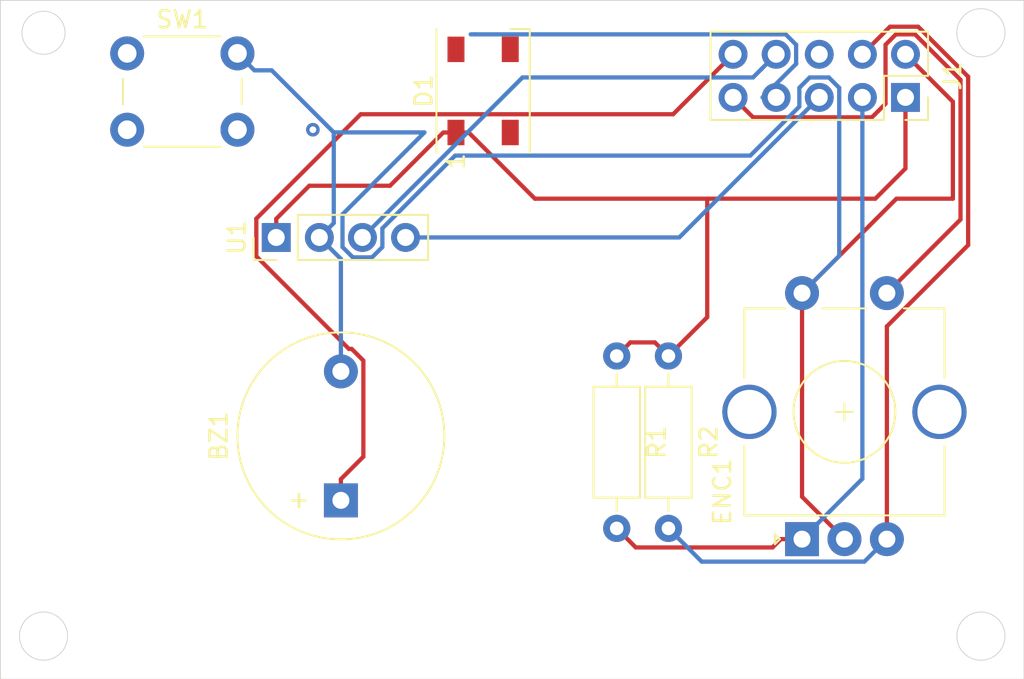
<source format=kicad_pcb>
(kicad_pcb (version 20171130) (host pcbnew "(5.1.2)-2")

  (general
    (thickness 1.6)
    (drawings 12)
    (tracks 95)
    (zones 0)
    (modules 8)
    (nets 13)
  )

  (page A4)
  (layers
    (0 F.Cu signal)
    (31 B.Cu signal)
    (32 B.Adhes user)
    (33 F.Adhes user)
    (34 B.Paste user)
    (35 F.Paste user)
    (36 B.SilkS user)
    (37 F.SilkS user)
    (38 B.Mask user)
    (39 F.Mask user)
    (40 Dwgs.User user)
    (41 Cmts.User user)
    (42 Eco1.User user)
    (43 Eco2.User user)
    (44 Edge.Cuts user)
    (45 Margin user)
    (46 B.CrtYd user)
    (47 F.CrtYd user)
    (48 B.Fab user)
    (49 F.Fab user)
  )

  (setup
    (last_trace_width 0.25)
    (trace_clearance 0.2)
    (zone_clearance 0.508)
    (zone_45_only no)
    (trace_min 0.2)
    (via_size 0.8)
    (via_drill 0.4)
    (via_min_size 0.4)
    (via_min_drill 0.3)
    (uvia_size 0.3)
    (uvia_drill 0.1)
    (uvias_allowed no)
    (uvia_min_size 0.2)
    (uvia_min_drill 0.1)
    (edge_width 0.05)
    (segment_width 0.2)
    (pcb_text_width 0.3)
    (pcb_text_size 1.5 1.5)
    (mod_edge_width 0.12)
    (mod_text_size 1 1)
    (mod_text_width 0.15)
    (pad_size 1.524 1.524)
    (pad_drill 0.762)
    (pad_to_mask_clearance 0.051)
    (solder_mask_min_width 0.25)
    (aux_axis_origin 82.55 127.635)
    (visible_elements FFFFFF7F)
    (pcbplotparams
      (layerselection 0x010fc_ffffffff)
      (usegerberextensions false)
      (usegerberattributes false)
      (usegerberadvancedattributes false)
      (creategerberjobfile false)
      (excludeedgelayer true)
      (linewidth 0.100000)
      (plotframeref false)
      (viasonmask false)
      (mode 1)
      (useauxorigin false)
      (hpglpennumber 1)
      (hpglpenspeed 20)
      (hpglpendiameter 15.000000)
      (psnegative false)
      (psa4output false)
      (plotreference true)
      (plotvalue true)
      (plotinvisibletext false)
      (padsonsilk false)
      (subtractmaskfromsilk false)
      (outputformat 1)
      (mirror false)
      (drillshape 1)
      (scaleselection 1)
      (outputdirectory ""))
  )

  (net 0 "")
  (net 1 GND)
  (net 2 "Net-(BZ1-Pad1)")
  (net 3 +5V)
  (net 4 "Net-(D1-Pad2)")
  (net 5 "Net-(D1-Pad4)")
  (net 6 "Net-(ENC1-PadA)")
  (net 7 "Net-(ENC1-PadB)")
  (net 8 "Net-(ENC1-PadS1)")
  (net 9 "Net-(J1-Pad8)")
  (net 10 "Net-(J1-Pad6)")
  (net 11 "Net-(J1-Pad5)")
  (net 12 "Net-(SW1-Pad2)")

  (net_class Default "Dies ist die voreingestellte Netzklasse."
    (clearance 0.2)
    (trace_width 0.25)
    (via_dia 0.8)
    (via_drill 0.4)
    (uvia_dia 0.3)
    (uvia_drill 0.1)
    (add_net +5V)
    (add_net GND)
    (add_net "Net-(BZ1-Pad1)")
    (add_net "Net-(D1-Pad2)")
    (add_net "Net-(D1-Pad4)")
    (add_net "Net-(ENC1-PadA)")
    (add_net "Net-(ENC1-PadB)")
    (add_net "Net-(ENC1-PadS1)")
    (add_net "Net-(J1-Pad5)")
    (add_net "Net-(J1-Pad6)")
    (add_net "Net-(J1-Pad8)")
    (add_net "Net-(SW1-Pad2)")
  )

  (module Resistor_THT:R_Axial_DIN0207_L6.3mm_D2.5mm_P10.16mm_Horizontal (layer F.Cu) (tedit 5AE5139B) (tstamp 5E559D3A)
    (at 118.872 108.585 270)
    (descr "Resistor, Axial_DIN0207 series, Axial, Horizontal, pin pitch=10.16mm, 0.25W = 1/4W, length*diameter=6.3*2.5mm^2, http://cdn-reichelt.de/documents/datenblatt/B400/1_4W%23YAG.pdf")
    (tags "Resistor Axial_DIN0207 series Axial Horizontal pin pitch 10.16mm 0.25W = 1/4W length 6.3mm diameter 2.5mm")
    (path /5D8937B1)
    (fp_text reference R1 (at 5.08 -2.37 90) (layer F.SilkS)
      (effects (font (size 1 1) (thickness 0.15)))
    )
    (fp_text value 10K (at 5.08 2.37 90) (layer F.Fab)
      (effects (font (size 1 1) (thickness 0.15)))
    )
    (fp_text user %R (at 5.08 0 90) (layer F.Fab)
      (effects (font (size 1 1) (thickness 0.15)))
    )
    (fp_line (start 11.21 -1.5) (end -1.05 -1.5) (layer F.CrtYd) (width 0.05))
    (fp_line (start 11.21 1.5) (end 11.21 -1.5) (layer F.CrtYd) (width 0.05))
    (fp_line (start -1.05 1.5) (end 11.21 1.5) (layer F.CrtYd) (width 0.05))
    (fp_line (start -1.05 -1.5) (end -1.05 1.5) (layer F.CrtYd) (width 0.05))
    (fp_line (start 9.12 0) (end 8.35 0) (layer F.SilkS) (width 0.12))
    (fp_line (start 1.04 0) (end 1.81 0) (layer F.SilkS) (width 0.12))
    (fp_line (start 8.35 -1.37) (end 1.81 -1.37) (layer F.SilkS) (width 0.12))
    (fp_line (start 8.35 1.37) (end 8.35 -1.37) (layer F.SilkS) (width 0.12))
    (fp_line (start 1.81 1.37) (end 8.35 1.37) (layer F.SilkS) (width 0.12))
    (fp_line (start 1.81 -1.37) (end 1.81 1.37) (layer F.SilkS) (width 0.12))
    (fp_line (start 10.16 0) (end 8.23 0) (layer F.Fab) (width 0.1))
    (fp_line (start 0 0) (end 1.93 0) (layer F.Fab) (width 0.1))
    (fp_line (start 8.23 -1.25) (end 1.93 -1.25) (layer F.Fab) (width 0.1))
    (fp_line (start 8.23 1.25) (end 8.23 -1.25) (layer F.Fab) (width 0.1))
    (fp_line (start 1.93 1.25) (end 8.23 1.25) (layer F.Fab) (width 0.1))
    (fp_line (start 1.93 -1.25) (end 1.93 1.25) (layer F.Fab) (width 0.1))
    (pad 2 thru_hole oval (at 10.16 0 270) (size 1.6 1.6) (drill 0.8) (layers *.Cu *.Mask)
      (net 6 "Net-(ENC1-PadA)"))
    (pad 1 thru_hole circle (at 0 0 270) (size 1.6 1.6) (drill 0.8) (layers *.Cu *.Mask)
      (net 3 +5V))
    (model ${KISYS3DMOD}/Resistor_THT.3dshapes/R_Axial_DIN0207_L6.3mm_D2.5mm_P10.16mm_Horizontal.wrl
      (at (xyz 0 0 0))
      (scale (xyz 1 1 1))
      (rotate (xyz 0 0 0))
    )
  )

  (module Resistor_THT:R_Axial_DIN0207_L6.3mm_D2.5mm_P10.16mm_Horizontal (layer F.Cu) (tedit 5AE5139B) (tstamp 5E559D51)
    (at 121.92 108.585 270)
    (descr "Resistor, Axial_DIN0207 series, Axial, Horizontal, pin pitch=10.16mm, 0.25W = 1/4W, length*diameter=6.3*2.5mm^2, http://cdn-reichelt.de/documents/datenblatt/B400/1_4W%23YAG.pdf")
    (tags "Resistor Axial_DIN0207 series Axial Horizontal pin pitch 10.16mm 0.25W = 1/4W length 6.3mm diameter 2.5mm")
    (path /5D892B67)
    (fp_text reference R2 (at 5.08 -2.37 90) (layer F.SilkS)
      (effects (font (size 1 1) (thickness 0.15)))
    )
    (fp_text value 10K (at 5.08 2.37 90) (layer F.Fab)
      (effects (font (size 1 1) (thickness 0.15)))
    )
    (fp_text user %R (at 5.08 0 90) (layer F.Fab)
      (effects (font (size 1 1) (thickness 0.15)))
    )
    (fp_line (start 11.21 -1.5) (end -1.05 -1.5) (layer F.CrtYd) (width 0.05))
    (fp_line (start 11.21 1.5) (end 11.21 -1.5) (layer F.CrtYd) (width 0.05))
    (fp_line (start -1.05 1.5) (end 11.21 1.5) (layer F.CrtYd) (width 0.05))
    (fp_line (start -1.05 -1.5) (end -1.05 1.5) (layer F.CrtYd) (width 0.05))
    (fp_line (start 9.12 0) (end 8.35 0) (layer F.SilkS) (width 0.12))
    (fp_line (start 1.04 0) (end 1.81 0) (layer F.SilkS) (width 0.12))
    (fp_line (start 8.35 -1.37) (end 1.81 -1.37) (layer F.SilkS) (width 0.12))
    (fp_line (start 8.35 1.37) (end 8.35 -1.37) (layer F.SilkS) (width 0.12))
    (fp_line (start 1.81 1.37) (end 8.35 1.37) (layer F.SilkS) (width 0.12))
    (fp_line (start 1.81 -1.37) (end 1.81 1.37) (layer F.SilkS) (width 0.12))
    (fp_line (start 10.16 0) (end 8.23 0) (layer F.Fab) (width 0.1))
    (fp_line (start 0 0) (end 1.93 0) (layer F.Fab) (width 0.1))
    (fp_line (start 8.23 -1.25) (end 1.93 -1.25) (layer F.Fab) (width 0.1))
    (fp_line (start 8.23 1.25) (end 8.23 -1.25) (layer F.Fab) (width 0.1))
    (fp_line (start 1.93 1.25) (end 8.23 1.25) (layer F.Fab) (width 0.1))
    (fp_line (start 1.93 -1.25) (end 1.93 1.25) (layer F.Fab) (width 0.1))
    (pad 2 thru_hole oval (at 10.16 0 270) (size 1.6 1.6) (drill 0.8) (layers *.Cu *.Mask)
      (net 7 "Net-(ENC1-PadB)"))
    (pad 1 thru_hole circle (at 0 0 270) (size 1.6 1.6) (drill 0.8) (layers *.Cu *.Mask)
      (net 3 +5V))
    (model ${KISYS3DMOD}/Resistor_THT.3dshapes/R_Axial_DIN0207_L6.3mm_D2.5mm_P10.16mm_Horizontal.wrl
      (at (xyz 0 0 0))
      (scale (xyz 1 1 1))
      (rotate (xyz 0 0 0))
    )
  )

  (module Button_Switch_THT:SW_PUSH_6mm_H7.3mm (layer F.Cu) (tedit 5A02FE31) (tstamp 5E55A32F)
    (at 90.02 90.75)
    (descr "tactile push button, 6x6mm e.g. PHAP33xx series, height=7.3mm")
    (tags "tact sw push 6mm")
    (path /5D894E2A)
    (fp_text reference SW1 (at 3.25 -2) (layer F.SilkS)
      (effects (font (size 1 1) (thickness 0.15)))
    )
    (fp_text value Reset (at 9.04 2.595 90) (layer F.Fab)
      (effects (font (size 1 1) (thickness 0.15)))
    )
    (fp_circle (center 3.25 2.25) (end 1.25 2.5) (layer F.Fab) (width 0.1))
    (fp_line (start 6.75 3) (end 6.75 1.5) (layer F.SilkS) (width 0.12))
    (fp_line (start 5.5 -1) (end 1 -1) (layer F.SilkS) (width 0.12))
    (fp_line (start -0.25 1.5) (end -0.25 3) (layer F.SilkS) (width 0.12))
    (fp_line (start 1 5.5) (end 5.5 5.5) (layer F.SilkS) (width 0.12))
    (fp_line (start 8 -1.25) (end 8 5.75) (layer F.CrtYd) (width 0.05))
    (fp_line (start 7.75 6) (end -1.25 6) (layer F.CrtYd) (width 0.05))
    (fp_line (start -1.5 5.75) (end -1.5 -1.25) (layer F.CrtYd) (width 0.05))
    (fp_line (start -1.25 -1.5) (end 7.75 -1.5) (layer F.CrtYd) (width 0.05))
    (fp_line (start -1.5 6) (end -1.25 6) (layer F.CrtYd) (width 0.05))
    (fp_line (start -1.5 5.75) (end -1.5 6) (layer F.CrtYd) (width 0.05))
    (fp_line (start -1.5 -1.5) (end -1.25 -1.5) (layer F.CrtYd) (width 0.05))
    (fp_line (start -1.5 -1.25) (end -1.5 -1.5) (layer F.CrtYd) (width 0.05))
    (fp_line (start 8 -1.5) (end 8 -1.25) (layer F.CrtYd) (width 0.05))
    (fp_line (start 7.75 -1.5) (end 8 -1.5) (layer F.CrtYd) (width 0.05))
    (fp_line (start 8 6) (end 8 5.75) (layer F.CrtYd) (width 0.05))
    (fp_line (start 7.75 6) (end 8 6) (layer F.CrtYd) (width 0.05))
    (fp_line (start 0.25 -0.75) (end 3.25 -0.75) (layer F.Fab) (width 0.1))
    (fp_line (start 0.25 5.25) (end 0.25 -0.75) (layer F.Fab) (width 0.1))
    (fp_line (start 6.25 5.25) (end 0.25 5.25) (layer F.Fab) (width 0.1))
    (fp_line (start 6.25 -0.75) (end 6.25 5.25) (layer F.Fab) (width 0.1))
    (fp_line (start 3.25 -0.75) (end 6.25 -0.75) (layer F.Fab) (width 0.1))
    (fp_text user %R (at 3.25 2.25) (layer F.Fab)
      (effects (font (size 1 1) (thickness 0.15)))
    )
    (pad 1 thru_hole circle (at 6.5 0 90) (size 2 2) (drill 1.1) (layers *.Cu *.Mask)
      (net 1 GND))
    (pad 2 thru_hole circle (at 6.5 4.5 90) (size 2 2) (drill 1.1) (layers *.Cu *.Mask)
      (net 12 "Net-(SW1-Pad2)"))
    (pad 1 thru_hole circle (at 0 0 90) (size 2 2) (drill 1.1) (layers *.Cu *.Mask)
      (net 1 GND))
    (pad 2 thru_hole circle (at 0 4.5 90) (size 2 2) (drill 1.1) (layers *.Cu *.Mask)
      (net 12 "Net-(SW1-Pad2)"))
    (model ${KISYS3DMOD}/Button_Switch_THT.3dshapes/SW_PUSH_6mm_H7.3mm.wrl
      (at (xyz 0 0 0))
      (scale (xyz 1 1 1))
      (rotate (xyz 0 0 0))
    )
  )

  (module Connector_PinHeader_2.54mm:PinHeader_1x04_P2.54mm_Vertical (layer F.Cu) (tedit 59FED5CC) (tstamp 5E559D69)
    (at 98.806 101.6 90)
    (descr "Through hole straight pin header, 1x04, 2.54mm pitch, single row")
    (tags "Through hole pin header THT 1x04 2.54mm single row")
    (path /5D888A8E)
    (fp_text reference U1 (at 0 -2.33 90) (layer F.SilkS)
      (effects (font (size 1 1) (thickness 0.15)))
    )
    (fp_text value "SSD1306 0.96\" OLED" (at -23.368 4.826 180) (layer F.Fab)
      (effects (font (size 1 1) (thickness 0.15)))
    )
    (fp_text user %R (at 0 10.668 180) (layer F.Fab)
      (effects (font (size 1 1) (thickness 0.15)))
    )
    (fp_line (start 1.8 -1.8) (end -1.8 -1.8) (layer F.CrtYd) (width 0.05))
    (fp_line (start 1.8 9.4) (end 1.8 -1.8) (layer F.CrtYd) (width 0.05))
    (fp_line (start -1.8 9.4) (end 1.8 9.4) (layer F.CrtYd) (width 0.05))
    (fp_line (start -1.8 -1.8) (end -1.8 9.4) (layer F.CrtYd) (width 0.05))
    (fp_line (start -1.33 -1.33) (end 0 -1.33) (layer F.SilkS) (width 0.12))
    (fp_line (start -1.33 0) (end -1.33 -1.33) (layer F.SilkS) (width 0.12))
    (fp_line (start -1.33 1.27) (end 1.33 1.27) (layer F.SilkS) (width 0.12))
    (fp_line (start 1.33 1.27) (end 1.33 8.95) (layer F.SilkS) (width 0.12))
    (fp_line (start -1.33 1.27) (end -1.33 8.95) (layer F.SilkS) (width 0.12))
    (fp_line (start -1.33 8.95) (end 1.33 8.95) (layer F.SilkS) (width 0.12))
    (fp_line (start -1.27 -0.635) (end -0.635 -1.27) (layer F.Fab) (width 0.1))
    (fp_line (start -1.27 8.89) (end -1.27 -0.635) (layer F.Fab) (width 0.1))
    (fp_line (start 1.27 8.89) (end -1.27 8.89) (layer F.Fab) (width 0.1))
    (fp_line (start 1.27 -1.27) (end 1.27 8.89) (layer F.Fab) (width 0.1))
    (fp_line (start -0.635 -1.27) (end 1.27 -1.27) (layer F.Fab) (width 0.1))
    (pad 4 thru_hole oval (at 0 7.62 90) (size 1.7 1.7) (drill 1) (layers *.Cu *.Mask)
      (net 11 "Net-(J1-Pad5)"))
    (pad 3 thru_hole oval (at 0 5.08 90) (size 1.7 1.7) (drill 1) (layers *.Cu *.Mask)
      (net 9 "Net-(J1-Pad8)"))
    (pad 2 thru_hole oval (at 0 2.54 90) (size 1.7 1.7) (drill 1) (layers *.Cu *.Mask)
      (net 1 GND))
    (pad 1 thru_hole rect (at 0 0 90) (size 1.7 1.7) (drill 1) (layers *.Cu *.Mask)
      (net 3 +5V))
    (model ${KISYS3DMOD}/Connector_PinHeader_2.54mm.3dshapes/PinHeader_1x04_P2.54mm_Vertical.wrl
      (at (xyz 0 0 0))
      (scale (xyz 1 1 1))
      (rotate (xyz 0 0 0))
    )
  )

  (module Connector_PinSocket_2.54mm:PinSocket_2x05_P2.54mm_Vertical (layer F.Cu) (tedit 5A19A42B) (tstamp 5E559D23)
    (at 135.89 93.345 270)
    (descr "Through hole straight socket strip, 2x05, 2.54mm pitch, double cols (from Kicad 4.0.7), script generated")
    (tags "Through hole socket strip THT 2x05 2.54mm double row")
    (path /5D88D2F1)
    (fp_text reference J1 (at -1.27 -2.77 90) (layer F.SilkS)
      (effects (font (size 1 1) (thickness 0.15)))
    )
    (fp_text value "Connector 5x2" (at 3.175 6.35 180) (layer F.Fab)
      (effects (font (size 1 1) (thickness 0.15)))
    )
    (fp_text user %R (at -1.27 5.08) (layer F.Fab)
      (effects (font (size 1 1) (thickness 0.15)))
    )
    (fp_line (start -4.34 11.9) (end -4.34 -1.8) (layer F.CrtYd) (width 0.05))
    (fp_line (start 1.76 11.9) (end -4.34 11.9) (layer F.CrtYd) (width 0.05))
    (fp_line (start 1.76 -1.8) (end 1.76 11.9) (layer F.CrtYd) (width 0.05))
    (fp_line (start -4.34 -1.8) (end 1.76 -1.8) (layer F.CrtYd) (width 0.05))
    (fp_line (start 0 -1.33) (end 1.33 -1.33) (layer F.SilkS) (width 0.12))
    (fp_line (start 1.33 -1.33) (end 1.33 0) (layer F.SilkS) (width 0.12))
    (fp_line (start -1.27 -1.33) (end -1.27 1.27) (layer F.SilkS) (width 0.12))
    (fp_line (start -1.27 1.27) (end 1.33 1.27) (layer F.SilkS) (width 0.12))
    (fp_line (start 1.33 1.27) (end 1.33 11.49) (layer F.SilkS) (width 0.12))
    (fp_line (start -3.87 11.49) (end 1.33 11.49) (layer F.SilkS) (width 0.12))
    (fp_line (start -3.87 -1.33) (end -3.87 11.49) (layer F.SilkS) (width 0.12))
    (fp_line (start -3.87 -1.33) (end -1.27 -1.33) (layer F.SilkS) (width 0.12))
    (fp_line (start -3.81 11.43) (end -3.81 -1.27) (layer F.Fab) (width 0.1))
    (fp_line (start 1.27 11.43) (end -3.81 11.43) (layer F.Fab) (width 0.1))
    (fp_line (start 1.27 -0.27) (end 1.27 11.43) (layer F.Fab) (width 0.1))
    (fp_line (start 0.27 -1.27) (end 1.27 -0.27) (layer F.Fab) (width 0.1))
    (fp_line (start -3.81 -1.27) (end 0.27 -1.27) (layer F.Fab) (width 0.1))
    (pad 10 thru_hole oval (at -2.54 10.16 270) (size 1.7 1.7) (drill 1) (layers *.Cu *.Mask)
      (net 2 "Net-(BZ1-Pad1)"))
    (pad 9 thru_hole oval (at 0 10.16 270) (size 1.7 1.7) (drill 1) (layers *.Cu *.Mask)
      (net 8 "Net-(ENC1-PadS1)"))
    (pad 8 thru_hole oval (at -2.54 7.62 270) (size 1.7 1.7) (drill 1) (layers *.Cu *.Mask)
      (net 9 "Net-(J1-Pad8)"))
    (pad 7 thru_hole oval (at 0 7.62 270) (size 1.7 1.7) (drill 1) (layers *.Cu *.Mask)
      (net 5 "Net-(D1-Pad4)"))
    (pad 6 thru_hole oval (at -2.54 5.08 270) (size 1.7 1.7) (drill 1) (layers *.Cu *.Mask)
      (net 10 "Net-(J1-Pad6)"))
    (pad 5 thru_hole oval (at 0 5.08 270) (size 1.7 1.7) (drill 1) (layers *.Cu *.Mask)
      (net 11 "Net-(J1-Pad5)"))
    (pad 4 thru_hole oval (at -2.54 2.54 270) (size 1.7 1.7) (drill 1) (layers *.Cu *.Mask)
      (net 7 "Net-(ENC1-PadB)"))
    (pad 3 thru_hole oval (at 0 2.54 270) (size 1.7 1.7) (drill 1) (layers *.Cu *.Mask)
      (net 6 "Net-(ENC1-PadA)"))
    (pad 2 thru_hole oval (at -2.54 0 270) (size 1.7 1.7) (drill 1) (layers *.Cu *.Mask)
      (net 1 GND))
    (pad 1 thru_hole rect (at 0 0 270) (size 1.7 1.7) (drill 1) (layers *.Cu *.Mask)
      (net 3 +5V))
    (model ${KISYS3DMOD}/Connector_PinSocket_2.54mm.3dshapes/PinSocket_2x05_P2.54mm_Vertical.wrl
      (at (xyz 0 0 0))
      (scale (xyz 1 1 1))
      (rotate (xyz 0 0 0))
    )
  )

  (module Rotary_Encoder:RotaryEncoder_Alps_EC11E-Switch_Vertical_H20mm_CircularMountingHoles (layer F.Cu) (tedit 5A74C8DD) (tstamp 5E559D03)
    (at 129.794 119.38 90)
    (descr "Alps rotary encoder, EC12E... with switch, vertical shaft, mounting holes with circular drills, http://www.alps.com/prod/info/E/HTML/Encoder/Incremental/EC11/EC11E15204A3.html")
    (tags "rotary encoder")
    (path /5D88B3FF)
    (fp_text reference ENC1 (at 2.8 -4.7 90) (layer F.SilkS)
      (effects (font (size 1 1) (thickness 0.15)))
    )
    (fp_text value "Rotary Encoder" (at 11.43 2.54 180) (layer F.Fab)
      (effects (font (size 1 1) (thickness 0.15)))
    )
    (fp_circle (center 7.5 2.5) (end 10.5 2.5) (layer F.Fab) (width 0.12))
    (fp_circle (center 7.5 2.5) (end 10.5 2.5) (layer F.SilkS) (width 0.12))
    (fp_line (start 16 10.2) (end -1.5 10.2) (layer F.CrtYd) (width 0.05))
    (fp_line (start 16 10.2) (end 16 -5.2) (layer F.CrtYd) (width 0.05))
    (fp_line (start -1.5 -5.2) (end -1.5 10.2) (layer F.CrtYd) (width 0.05))
    (fp_line (start -1.5 -5.2) (end 16 -5.2) (layer F.CrtYd) (width 0.05))
    (fp_line (start 2.5 -3.3) (end 13.5 -3.3) (layer F.Fab) (width 0.12))
    (fp_line (start 13.5 -3.3) (end 13.5 8.3) (layer F.Fab) (width 0.12))
    (fp_line (start 13.5 8.3) (end 1.5 8.3) (layer F.Fab) (width 0.12))
    (fp_line (start 1.5 8.3) (end 1.5 -2.2) (layer F.Fab) (width 0.12))
    (fp_line (start 1.5 -2.2) (end 2.5 -3.3) (layer F.Fab) (width 0.12))
    (fp_line (start 9.5 -3.4) (end 13.6 -3.4) (layer F.SilkS) (width 0.12))
    (fp_line (start 13.6 8.4) (end 9.5 8.4) (layer F.SilkS) (width 0.12))
    (fp_line (start 5.5 8.4) (end 1.4 8.4) (layer F.SilkS) (width 0.12))
    (fp_line (start 5.5 -3.4) (end 1.4 -3.4) (layer F.SilkS) (width 0.12))
    (fp_line (start 1.4 -3.4) (end 1.4 8.4) (layer F.SilkS) (width 0.12))
    (fp_line (start 0 -1.3) (end -0.3 -1.6) (layer F.SilkS) (width 0.12))
    (fp_line (start -0.3 -1.6) (end 0.3 -1.6) (layer F.SilkS) (width 0.12))
    (fp_line (start 0.3 -1.6) (end 0 -1.3) (layer F.SilkS) (width 0.12))
    (fp_line (start 7.5 -0.5) (end 7.5 5.5) (layer F.Fab) (width 0.12))
    (fp_line (start 4.5 2.5) (end 10.5 2.5) (layer F.Fab) (width 0.12))
    (fp_line (start 13.6 -3.4) (end 13.6 -1) (layer F.SilkS) (width 0.12))
    (fp_line (start 13.6 1.2) (end 13.6 3.8) (layer F.SilkS) (width 0.12))
    (fp_line (start 13.6 6) (end 13.6 8.4) (layer F.SilkS) (width 0.12))
    (fp_line (start 7.5 2) (end 7.5 3) (layer F.SilkS) (width 0.12))
    (fp_line (start 7 2.5) (end 8 2.5) (layer F.SilkS) (width 0.12))
    (fp_text user %R (at -3.048 2.54 180) (layer F.Fab)
      (effects (font (size 1 1) (thickness 0.15)))
    )
    (pad A thru_hole rect (at 0 0 90) (size 2 2) (drill 1) (layers *.Cu *.Mask)
      (net 6 "Net-(ENC1-PadA)"))
    (pad C thru_hole circle (at 0 2.5 90) (size 2 2) (drill 1) (layers *.Cu *.Mask)
      (net 1 GND))
    (pad B thru_hole circle (at 0 5 90) (size 2 2) (drill 1) (layers *.Cu *.Mask)
      (net 7 "Net-(ENC1-PadB)"))
    (pad MP thru_hole circle (at 7.5 -3.1 90) (size 3.2 3.2) (drill 2.6) (layers *.Cu *.Mask))
    (pad MP thru_hole circle (at 7.5 8.1 90) (size 3.2 3.2) (drill 2.6) (layers *.Cu *.Mask))
    (pad S2 thru_hole circle (at 14.5 0 90) (size 2 2) (drill 1) (layers *.Cu *.Mask)
      (net 1 GND))
    (pad S1 thru_hole circle (at 14.5 5 90) (size 2 2) (drill 1) (layers *.Cu *.Mask)
      (net 8 "Net-(ENC1-PadS1)"))
    (model ${KISYS3DMOD}/Rotary_Encoder.3dshapes/RotaryEncoder_Alps_EC11E-Switch_Vertical_H20mm_CircularMountingHoles.wrl
      (at (xyz 0 0 0))
      (scale (xyz 1 1 1))
      (rotate (xyz 0 0 0))
    )
  )

  (module LED_SMD:LED_WS2812B_PLCC4_5.0x5.0mm_P3.2mm (layer F.Cu) (tedit 5AA4B285) (tstamp 5E559CDD)
    (at 110.998 92.964 90)
    (descr https://cdn-shop.adafruit.com/datasheets/WS2812B.pdf)
    (tags "LED RGB NeoPixel")
    (path /5D8C3DC4)
    (attr smd)
    (fp_text reference D1 (at 0 -3.5 90) (layer F.SilkS)
      (effects (font (size 1 1) (thickness 0.15)))
    )
    (fp_text value WS2812B (at 4.318 0 180) (layer F.Fab)
      (effects (font (size 1 1) (thickness 0.15)))
    )
    (fp_circle (center 0 0) (end 0 -2) (layer F.Fab) (width 0.1))
    (fp_line (start 3.65 2.75) (end 3.65 1.6) (layer F.SilkS) (width 0.12))
    (fp_line (start -3.65 2.75) (end 3.65 2.75) (layer F.SilkS) (width 0.12))
    (fp_line (start -3.65 -2.75) (end 3.65 -2.75) (layer F.SilkS) (width 0.12))
    (fp_line (start 2.5 -2.5) (end -2.5 -2.5) (layer F.Fab) (width 0.1))
    (fp_line (start 2.5 2.5) (end 2.5 -2.5) (layer F.Fab) (width 0.1))
    (fp_line (start -2.5 2.5) (end 2.5 2.5) (layer F.Fab) (width 0.1))
    (fp_line (start -2.5 -2.5) (end -2.5 2.5) (layer F.Fab) (width 0.1))
    (fp_line (start 2.5 1.5) (end 1.5 2.5) (layer F.Fab) (width 0.1))
    (fp_line (start -3.45 -2.75) (end -3.45 2.75) (layer F.CrtYd) (width 0.05))
    (fp_line (start -3.45 2.75) (end 3.45 2.75) (layer F.CrtYd) (width 0.05))
    (fp_line (start 3.45 2.75) (end 3.45 -2.75) (layer F.CrtYd) (width 0.05))
    (fp_line (start 3.45 -2.75) (end -3.45 -2.75) (layer F.CrtYd) (width 0.05))
    (fp_text user %R (at 0 0 180) (layer F.Fab)
      (effects (font (size 0.8 0.8) (thickness 0.15)))
    )
    (fp_text user 1 (at -4.15 -1.6 90) (layer F.SilkS)
      (effects (font (size 1 1) (thickness 0.15)))
    )
    (pad 1 smd rect (at -2.45 -1.6 90) (size 1.5 1) (layers F.Cu F.Paste F.Mask)
      (net 3 +5V))
    (pad 2 smd rect (at -2.45 1.6 90) (size 1.5 1) (layers F.Cu F.Paste F.Mask)
      (net 4 "Net-(D1-Pad2)"))
    (pad 4 smd rect (at 2.45 -1.6 90) (size 1.5 1) (layers F.Cu F.Paste F.Mask)
      (net 5 "Net-(D1-Pad4)"))
    (pad 3 smd rect (at 2.45 1.6 90) (size 1.5 1) (layers F.Cu F.Paste F.Mask)
      (net 1 GND))
    (model ${KISYS3DMOD}/LED_SMD.3dshapes/LED_WS2812B_PLCC4_5.0x5.0mm_P3.2mm.wrl
      (at (xyz 0 0 0))
      (scale (xyz 1 1 1))
      (rotate (xyz 0 0 0))
    )
  )

  (module Buzzer_Beeper:Buzzer_12x9.5RM7.6 (layer F.Cu) (tedit 5A030281) (tstamp 5E559CC6)
    (at 102.616 117.094 90)
    (descr "Generic Buzzer, D12mm height 9.5mm with RM7.6mm")
    (tags buzzer)
    (path /5D893D6F)
    (fp_text reference BZ1 (at 3.8 -7.2 90) (layer F.SilkS)
      (effects (font (size 1 1) (thickness 0.15)))
    )
    (fp_text value Buzzer (at 3.81 0 180) (layer F.Fab)
      (effects (font (size 1 1) (thickness 0.15)))
    )
    (fp_circle (center 3.8 0) (end 9.9 0) (layer F.SilkS) (width 0.12))
    (fp_circle (center 3.8 0) (end 4.8 0) (layer F.Fab) (width 0.1))
    (fp_circle (center 3.8 0) (end 9.8 0) (layer F.Fab) (width 0.1))
    (fp_circle (center 3.8 0) (end 10.05 0) (layer F.CrtYd) (width 0.05))
    (fp_text user %R (at -4.572 0 180) (layer F.Fab)
      (effects (font (size 1 1) (thickness 0.15)))
    )
    (fp_text user + (at -0.01 -2.54 90) (layer F.SilkS)
      (effects (font (size 1 1) (thickness 0.15)))
    )
    (fp_text user + (at -0.01 -2.54 90) (layer F.Fab)
      (effects (font (size 1 1) (thickness 0.15)))
    )
    (pad 2 thru_hole circle (at 7.6 0 90) (size 2 2) (drill 1) (layers *.Cu *.Mask)
      (net 1 GND))
    (pad 1 thru_hole rect (at 0 0 90) (size 2 2) (drill 1) (layers *.Cu *.Mask)
      (net 2 "Net-(BZ1-Pad1)"))
    (model ${KISYS3DMOD}/Buzzer_Beeper.3dshapes/Buzzer_12x9.5RM7.6.wrl
      (at (xyz 0 0 0))
      (scale (xyz 1 1 1))
      (rotate (xyz 0 0 0))
    )
  )

  (gr_line (start 116.205 127) (end 116.205 99.695) (layer Dwgs.User) (width 0.15) (tstamp 5E5617C3))
  (gr_line (start 116.205 127) (end 88.9 127) (layer Dwgs.User) (width 0.15) (tstamp 5E5616FD))
  (gr_line (start 88.9 99.695) (end 116.205 99.695) (layer Dwgs.User) (width 0.15))
  (gr_line (start 88.9 127) (end 88.9 99.695) (layer Dwgs.User) (width 0.15))
  (gr_circle (center 85.09 125.095) (end 85.725 126.365) (layer Edge.Cuts) (width 0.05))
  (gr_circle (center 85.09 89.535) (end 85.09 90.805) (layer Edge.Cuts) (width 0.05))
  (gr_circle (center 140.335 89.535) (end 140.97 90.805) (layer Edge.Cuts) (width 0.05))
  (gr_circle (center 140.335 125.095) (end 139.7 126.365) (layer Edge.Cuts) (width 0.05))
  (gr_line (start 142.875 127.635) (end 82.55 127.635) (layer Edge.Cuts) (width 0.05))
  (gr_line (start 142.875 87.63) (end 142.875 127.635) (layer Edge.Cuts) (width 0.05))
  (gr_line (start 82.55 87.63) (end 142.875 87.63) (layer Edge.Cuts) (width 0.05))
  (gr_line (start 82.55 127.635) (end 82.55 87.63) (layer Edge.Cuts) (width 0.05))

  (via (at 100.965 95.25) (size 0.8) (drill 0.4) (layers F.Cu B.Cu) (net 0))
  (segment (start 138.684 93.599) (end 138.684 99.314) (width 0.25) (layer F.Cu) (net 1))
  (segment (start 135.89 90.805) (end 138.684 93.599) (width 0.25) (layer F.Cu) (net 1))
  (segment (start 135.36 99.314) (end 129.794 104.88) (width 0.25) (layer F.Cu) (net 1))
  (segment (start 138.684 99.314) (end 135.36 99.314) (width 0.25) (layer F.Cu) (net 1))
  (segment (start 129.794 116.88) (end 132.294 119.38) (width 0.25) (layer F.Cu) (net 1))
  (segment (start 129.794 104.88) (end 129.794 116.88) (width 0.25) (layer F.Cu) (net 1))
  (segment (start 102.616 102.87) (end 101.346 101.6) (width 0.25) (layer B.Cu) (net 1))
  (segment (start 102.616 109.494) (end 102.616 102.87) (width 0.25) (layer B.Cu) (net 1))
  (segment (start 97.519999 91.749999) (end 96.52 90.75) (width 0.25) (layer B.Cu) (net 1))
  (segment (start 98.538001 91.749999) (end 97.519999 91.749999) (width 0.25) (layer B.Cu) (net 1))
  (segment (start 102.195999 95.407997) (end 98.538001 91.749999) (width 0.25) (layer B.Cu) (net 1))
  (segment (start 102.195999 100.750001) (end 102.195999 95.407997) (width 0.25) (layer B.Cu) (net 1))
  (segment (start 101.346 101.6) (end 102.195999 100.750001) (width 0.25) (layer B.Cu) (net 1))
  (segment (start 130.793999 103.880001) (end 129.794 104.88) (width 0.25) (layer B.Cu) (net 1))
  (segment (start 102.195999 95.407997) (end 107.538003 95.407997) (width 0.25) (layer B.Cu) (net 1))
  (segment (start 130.245999 92.169999) (end 131.374001 92.169999) (width 0.25) (layer B.Cu) (net 1))
  (segment (start 131.985001 102.688999) (end 130.793999 103.880001) (width 0.25) (layer B.Cu) (net 1))
  (segment (start 104.450001 102.775001) (end 105.061001 102.164001) (width 0.25) (layer B.Cu) (net 1))
  (segment (start 102.710999 100.235001) (end 102.710999 102.164001) (width 0.25) (layer B.Cu) (net 1))
  (segment (start 105.061001 101.061409) (end 109.34841 96.774) (width 0.25) (layer B.Cu) (net 1))
  (segment (start 102.710999 102.164001) (end 103.321999 102.775001) (width 0.25) (layer B.Cu) (net 1))
  (segment (start 109.34841 96.774) (end 126.74459 96.774) (width 0.25) (layer B.Cu) (net 1))
  (segment (start 103.321999 102.775001) (end 104.450001 102.775001) (width 0.25) (layer B.Cu) (net 1))
  (segment (start 131.374001 92.169999) (end 131.985001 92.780999) (width 0.25) (layer B.Cu) (net 1))
  (segment (start 105.061001 102.164001) (end 105.061001 101.061409) (width 0.25) (layer B.Cu) (net 1))
  (segment (start 126.74459 96.774) (end 129.634999 93.883591) (width 0.25) (layer B.Cu) (net 1))
  (segment (start 107.538003 95.407997) (end 102.710999 100.235001) (width 0.25) (layer B.Cu) (net 1))
  (segment (start 129.634999 93.883591) (end 129.634999 92.780999) (width 0.25) (layer B.Cu) (net 1))
  (segment (start 129.634999 92.780999) (end 130.245999 92.169999) (width 0.25) (layer B.Cu) (net 1))
  (segment (start 131.985001 92.780999) (end 131.985001 102.688999) (width 0.25) (layer B.Cu) (net 1))
  (segment (start 102.616 115.844) (end 102.616 117.094) (width 0.25) (layer F.Cu) (net 2))
  (segment (start 103.941001 114.518999) (end 102.616 115.844) (width 0.25) (layer F.Cu) (net 2))
  (segment (start 103.941001 108.857999) (end 103.941001 114.518999) (width 0.25) (layer F.Cu) (net 2))
  (segment (start 103.252001 108.168999) (end 103.941001 108.857999) (width 0.25) (layer F.Cu) (net 2))
  (segment (start 103.089997 108.168999) (end 103.252001 108.168999) (width 0.25) (layer F.Cu) (net 2))
  (segment (start 97.630999 102.710001) (end 103.089997 108.168999) (width 0.25) (layer F.Cu) (net 2))
  (segment (start 97.630999 100.489999) (end 97.630999 102.710001) (width 0.25) (layer F.Cu) (net 2))
  (segment (start 103.781999 94.338999) (end 97.630999 100.489999) (width 0.25) (layer F.Cu) (net 2))
  (segment (start 122.196001 94.338999) (end 103.781999 94.338999) (width 0.25) (layer F.Cu) (net 2))
  (segment (start 125.73 90.805) (end 122.196001 94.338999) (width 0.25) (layer F.Cu) (net 2))
  (segment (start 124.206 106.299) (end 121.92 108.585) (width 0.25) (layer F.Cu) (net 3))
  (segment (start 124.206 99.314) (end 124.206 106.299) (width 0.25) (layer F.Cu) (net 3))
  (segment (start 134.112 99.314) (end 124.206 99.314) (width 0.25) (layer F.Cu) (net 3))
  (segment (start 135.89 93.345) (end 135.89 97.536) (width 0.25) (layer F.Cu) (net 3))
  (segment (start 135.89 97.536) (end 134.112 99.314) (width 0.25) (layer F.Cu) (net 3))
  (segment (start 121.120001 107.785001) (end 121.92 108.585) (width 0.25) (layer F.Cu) (net 3))
  (segment (start 119.671999 107.785001) (end 121.120001 107.785001) (width 0.25) (layer F.Cu) (net 3))
  (segment (start 118.872 108.585) (end 119.671999 107.785001) (width 0.25) (layer F.Cu) (net 3))
  (segment (start 110.148 95.414) (end 109.398 95.414) (width 0.25) (layer F.Cu) (net 3))
  (segment (start 114.048 99.314) (end 110.148 95.414) (width 0.25) (layer F.Cu) (net 3))
  (segment (start 124.206 99.314) (end 114.048 99.314) (width 0.25) (layer F.Cu) (net 3))
  (segment (start 108.648 95.414) (end 105.51 98.552) (width 0.25) (layer F.Cu) (net 3))
  (segment (start 109.398 95.414) (end 108.648 95.414) (width 0.25) (layer F.Cu) (net 3))
  (segment (start 98.806 100.5) (end 98.806 101.6) (width 0.25) (layer F.Cu) (net 3))
  (segment (start 100.754 98.552) (end 98.806 100.5) (width 0.25) (layer F.Cu) (net 3))
  (segment (start 105.51 98.552) (end 100.754 98.552) (width 0.25) (layer F.Cu) (net 3))
  (segment (start 128.834001 89.629999) (end 110.522001 89.629999) (width 0.25) (layer B.Cu) (net 5))
  (segment (start 129.445001 90.240999) (end 128.834001 89.629999) (width 0.25) (layer B.Cu) (net 5))
  (segment (start 129.445001 91.369001) (end 129.445001 90.240999) (width 0.25) (layer B.Cu) (net 5))
  (segment (start 128.27 93.345) (end 127.469002 93.345) (width 0.25) (layer B.Cu) (net 5))
  (segment (start 127.469002 93.345) (end 129.445001 91.369001) (width 0.25) (layer B.Cu) (net 5))
  (segment (start 110.522001 89.629999) (end 110.268001 89.629999) (width 0.25) (layer B.Cu) (net 5))
  (segment (start 128.544 119.38) (end 129.794 119.38) (width 0.25) (layer F.Cu) (net 6))
  (segment (start 128.053999 119.870001) (end 128.544 119.38) (width 0.25) (layer F.Cu) (net 6))
  (segment (start 119.997001 119.870001) (end 128.053999 119.870001) (width 0.25) (layer F.Cu) (net 6))
  (segment (start 118.872 118.745) (end 119.997001 119.870001) (width 0.25) (layer F.Cu) (net 6))
  (segment (start 133.35 115.824) (end 129.794 119.38) (width 0.25) (layer B.Cu) (net 6))
  (segment (start 133.35 93.345) (end 133.35 115.824) (width 0.25) (layer B.Cu) (net 6))
  (segment (start 134.794 106.841002) (end 134.794 119.38) (width 0.25) (layer F.Cu) (net 7))
  (segment (start 139.584018 102.050984) (end 134.794 106.841002) (width 0.25) (layer F.Cu) (net 7))
  (segment (start 139.584018 92.123606) (end 139.584018 102.050984) (width 0.25) (layer F.Cu) (net 7))
  (segment (start 136.640401 89.179989) (end 139.584018 92.123606) (width 0.25) (layer F.Cu) (net 7))
  (segment (start 133.35 90.805) (end 134.975011 89.179989) (width 0.25) (layer F.Cu) (net 7))
  (segment (start 134.975011 89.179989) (end 136.640401 89.179989) (width 0.25) (layer F.Cu) (net 7))
  (segment (start 133.794001 120.379999) (end 134.794 119.38) (width 0.25) (layer B.Cu) (net 7))
  (segment (start 133.468999 120.705001) (end 133.794001 120.379999) (width 0.25) (layer B.Cu) (net 7))
  (segment (start 123.880001 120.705001) (end 133.468999 120.705001) (width 0.25) (layer B.Cu) (net 7))
  (segment (start 121.92 118.745) (end 123.880001 120.705001) (width 0.25) (layer B.Cu) (net 7))
  (segment (start 126.579999 94.194999) (end 125.73 93.345) (width 0.25) (layer F.Cu) (net 8))
  (segment (start 126.905001 94.520001) (end 126.579999 94.194999) (width 0.25) (layer F.Cu) (net 8))
  (segment (start 134.714999 90.240999) (end 134.714999 93.719003) (width 0.25) (layer F.Cu) (net 8))
  (segment (start 134.714999 93.719003) (end 133.914001 94.520001) (width 0.25) (layer F.Cu) (net 8))
  (segment (start 135.325999 89.629999) (end 134.714999 90.240999) (width 0.25) (layer F.Cu) (net 8))
  (segment (start 133.914001 94.520001) (end 126.905001 94.520001) (width 0.25) (layer F.Cu) (net 8))
  (segment (start 136.454001 89.629999) (end 135.325999 89.629999) (width 0.25) (layer F.Cu) (net 8))
  (segment (start 139.134009 92.310007) (end 136.454001 89.629999) (width 0.25) (layer F.Cu) (net 8))
  (segment (start 139.134009 100.539991) (end 139.134009 92.310007) (width 0.25) (layer F.Cu) (net 8))
  (segment (start 134.794 104.88) (end 139.134009 100.539991) (width 0.25) (layer F.Cu) (net 8))
  (segment (start 127.420001 91.654999) (end 128.27 90.805) (width 0.25) (layer B.Cu) (net 9))
  (segment (start 126.905001 92.169999) (end 127.420001 91.654999) (width 0.25) (layer B.Cu) (net 9))
  (segment (start 113.316001 92.169999) (end 126.905001 92.169999) (width 0.25) (layer B.Cu) (net 9))
  (segment (start 103.886 101.6) (end 113.316001 92.169999) (width 0.25) (layer B.Cu) (net 9))
  (segment (start 122.555 101.6) (end 130.81 93.345) (width 0.25) (layer B.Cu) (net 11))
  (segment (start 106.426 101.6) (end 122.555 101.6) (width 0.25) (layer B.Cu) (net 11))

)

</source>
